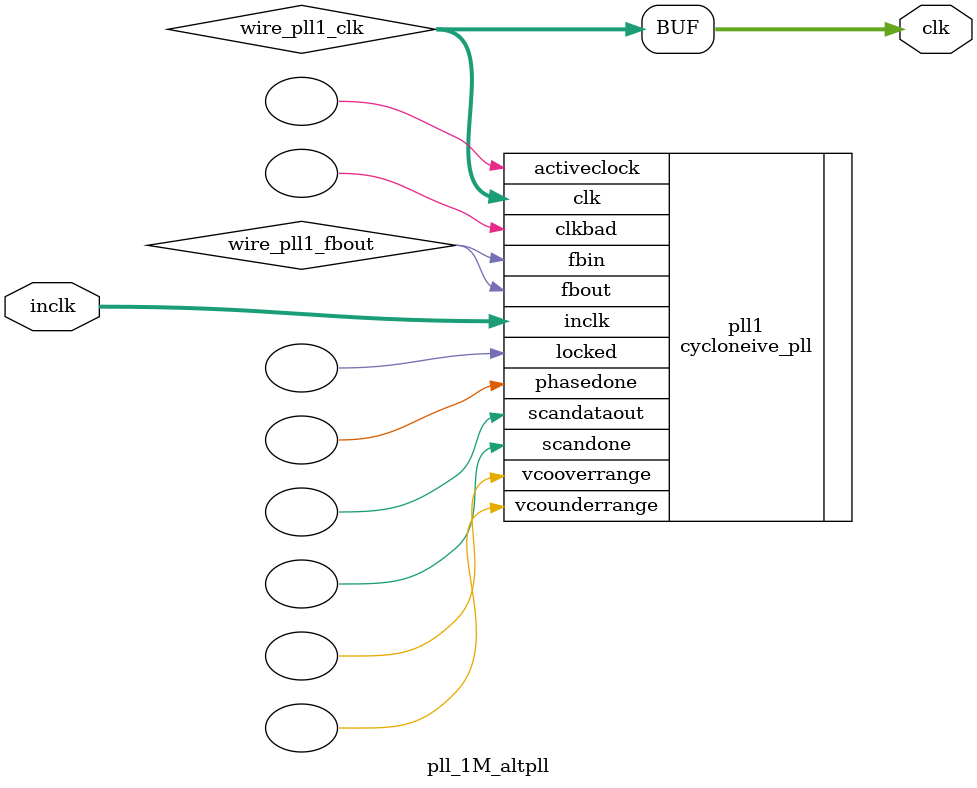
<source format=v>






//synthesis_resources = cycloneive_pll 1 
//synopsys translate_off
`timescale 1 ps / 1 ps
//synopsys translate_on
module  pll_1M_altpll
	( 
	clk,
	inclk) /* synthesis synthesis_clearbox=1 */;
	output   [4:0]  clk;
	input   [1:0]  inclk;
`ifndef ALTERA_RESERVED_QIS
// synopsys translate_off
`endif
	tri0   [1:0]  inclk;
`ifndef ALTERA_RESERVED_QIS
// synopsys translate_on
`endif

	wire  [4:0]   wire_pll1_clk;
	wire  wire_pll1_fbout;

	cycloneive_pll   pll1
	( 
	.activeclock(),
	.clk(wire_pll1_clk),
	.clkbad(),
	.fbin(wire_pll1_fbout),
	.fbout(wire_pll1_fbout),
	.inclk(inclk),
	.locked(),
	.phasedone(),
	.scandataout(),
	.scandone(),
	.vcooverrange(),
	.vcounderrange()
	`ifndef FORMAL_VERIFICATION
	// synopsys translate_off
	`endif
	,
	.areset(1'b0),
	.clkswitch(1'b0),
	.configupdate(1'b0),
	.pfdena(1'b1),
	.phasecounterselect({3{1'b0}}),
	.phasestep(1'b0),
	.phaseupdown(1'b0),
	.scanclk(1'b0),
	.scanclkena(1'b1),
	.scandata(1'b0)
	`ifndef FORMAL_VERIFICATION
	// synopsys translate_on
	`endif
	);
	defparam
		pll1.bandwidth_type = "auto",
		pll1.clk0_divide_by = 50,
		pll1.clk0_duty_cycle = 50,
		pll1.clk0_multiply_by = 1,
		pll1.clk0_phase_shift = "0",
		pll1.compensate_clock = "clk0",
		pll1.inclk0_input_frequency = 20000,
		pll1.operation_mode = "normal",
		pll1.pll_type = "auto",
		pll1.lpm_type = "cycloneive_pll";
	assign
		clk = {wire_pll1_clk[4:0]};
endmodule //pll_1M_altpll
//VALID FILE

</source>
